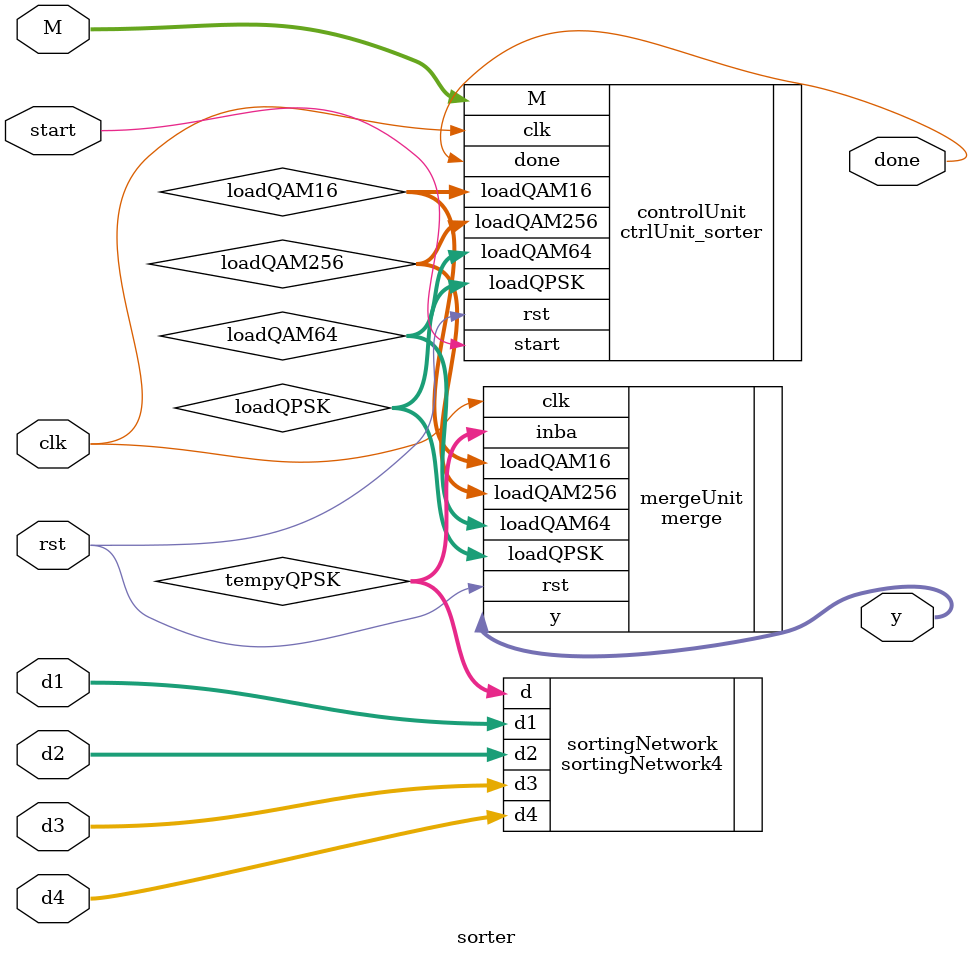
<source format=v>
module sorter#
(
	parameter WIDTH = 16,
	parameter NUM_OUTPUTS = 4,
	parameter R2TO4 = 4,
	parameter R4TO8 = 2,
	parameter R8TO16 = 1
)
(
	input clk, 
	input rst,
	input [WIDTH-1:0] d1,
	input [WIDTH-1:0] d2,
	input [WIDTH-1:0] d3,
	input [WIDTH-1:0] d4,
	input start, 
	input [1:0]M,
	output done,
	output [4*WIDTH-1:0]y
);
wire [4*WIDTH-1:0]tempyQPSK;
wire [4*WIDTH-1:0]tempyQAM16;

wire [4*WIDTH-1:0]tempdToMerge;
wire [4*WIDTH-1:0]tempd2out;

wire [1:0]loadQPSK;
wire [1:0]loadQAM16;
wire [1:0]loadQAM64;
wire [1:0]loadQAM256;

//sorting network
sortingNetwork4#(.WIDTH(WIDTH)) sortingNetwork
(
	.d1(d1),
	.d2(d2),
	.d3(d3),
	.d4(d4),
	.d(tempyQPSK)
);
//merge uni
merge#(.WIDTH(WIDTH))mergeUnit
(
	 .clk(clk),
	 .rst(rst),
	 .loadQPSK(loadQPSK),
	 .loadQAM16(loadQAM16),
	 .loadQAM64(loadQAM64),
	 .loadQAM256(loadQAM256),	 
	 .inba(tempyQPSK),
	 
	 .y(y)
);

ctrlUnit_sorter controlUnit 
(
	.clk(clk),
	.rst(rst),
	.start(start),
	.M(M),
	.done(done),
	.loadQPSK(loadQPSK),
	.loadQAM16(loadQAM16),
	.loadQAM64(loadQAM64),
	.loadQAM256(loadQAM256)
);
/*
wire [WIDTH-1:0]y1 = y[WIDTH-1:0];
wire [2*WIDTH-1:WIDTH]y2 = y[2*WIDTH-1:WIDTH];
wire [3*WIDTH-1:2*WIDTH]y3 = y[3*WIDTH-1:2*WIDTH];
wire [4*WIDTH-1:3*WIDTH]y4 = y[4*WIDTH-1:3*WIDTH];
wire [5*WIDTH-1:4*WIDTH]y5 = tempyQAM16[5*WIDTH-1:4*WIDTH];
wire [6*WIDTH-1:5*WIDTH]y6 = tempyQAM16[6*WIDTH-1:5*WIDTH];
wire [7*WIDTH-1:6*WIDTH]y7 = tempyQAM16[7*WIDTH-1:6*WIDTH];
wire [8*WIDTH-1:7*WIDTH]y8 = tempyQAM16[8*WIDTH-1:7*WIDTH];
wire [9*WIDTH-1:8*WIDTH]y9 = tempyQAM16[9*WIDTH-1:8*WIDTH];
wire [10*WIDTH-1:9*WIDTH]y10 = tempyQAM16[10*WIDTH-1:9*WIDTH];
wire [11*WIDTH-1:10*WIDTH]y11 = tempyQAM16[11*WIDTH-1:10*WIDTH];
wire [12*WIDTH-1:11*WIDTH]y12 = tempyQAM16[12*WIDTH-1:11*WIDTH];
wire [13*WIDTH-1:12*WIDTH]y13 = tempyQAM16[13*WIDTH-1:12*WIDTH];
wire [14*WIDTH-1:13*WIDTH]y14 = tempyQAM16[14*WIDTH-1:13*WIDTH];
wire [15*WIDTH-1:14*WIDTH]y15 = y[15*WIDTH-1:14*WIDTH];
wire [16*WIDTH-1:15*WIDTH]y16 = y[16*WIDTH-1:15*WIDTH];

*/
endmodule
</source>
